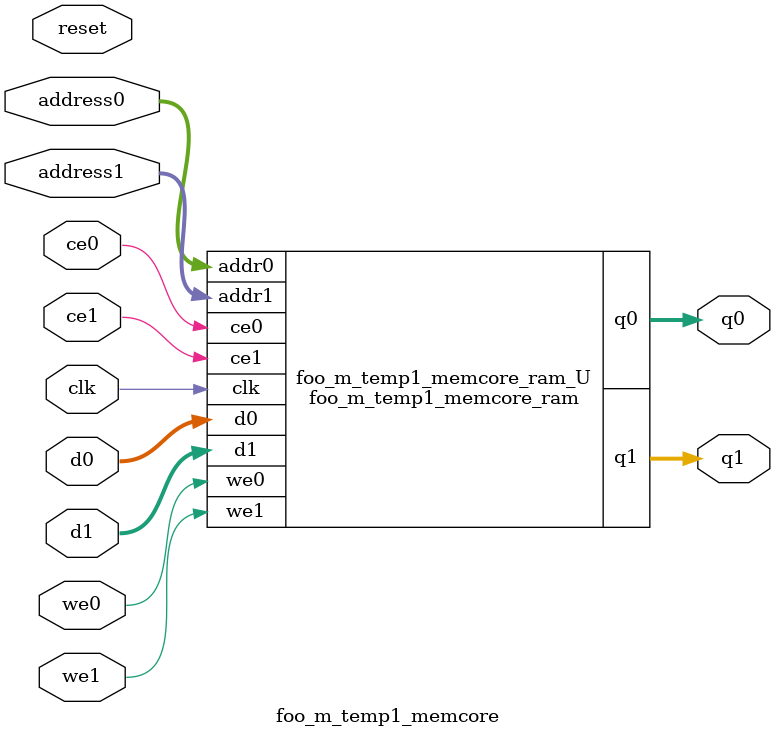
<source format=v>
`timescale 1 ns / 1 ps
module foo_m_temp1_memcore_ram (addr0, ce0, d0, we0, q0, addr1, ce1, d1, we1, q1,  clk);

parameter DWIDTH = 32;
parameter AWIDTH = 15;
parameter MEM_SIZE = 32768;

input[AWIDTH-1:0] addr0;
input ce0;
input[DWIDTH-1:0] d0;
input we0;
output reg[DWIDTH-1:0] q0;
input[AWIDTH-1:0] addr1;
input ce1;
input[DWIDTH-1:0] d1;
input we1;
output reg[DWIDTH-1:0] q1;
input clk;

(* ram_style = "block" *)reg [DWIDTH-1:0] ram[0:MEM_SIZE-1];




always @(posedge clk)  
begin 
    if (ce0) begin
        if (we0) 
            ram[addr0] <= d0; 
        q0 <= ram[addr0];
    end
end


always @(posedge clk)  
begin 
    if (ce1) begin
        if (we1) 
            ram[addr1] <= d1; 
        q1 <= ram[addr1];
    end
end


endmodule

`timescale 1 ns / 1 ps
module foo_m_temp1_memcore(
    reset,
    clk,
    address0,
    ce0,
    we0,
    d0,
    q0,
    address1,
    ce1,
    we1,
    d1,
    q1);

parameter DataWidth = 32'd32;
parameter AddressRange = 32'd32768;
parameter AddressWidth = 32'd15;
input reset;
input clk;
input[AddressWidth - 1:0] address0;
input ce0;
input we0;
input[DataWidth - 1:0] d0;
output[DataWidth - 1:0] q0;
input[AddressWidth - 1:0] address1;
input ce1;
input we1;
input[DataWidth - 1:0] d1;
output[DataWidth - 1:0] q1;



foo_m_temp1_memcore_ram foo_m_temp1_memcore_ram_U(
    .clk( clk ),
    .addr0( address0 ),
    .ce0( ce0 ),
    .we0( we0 ),
    .d0( d0 ),
    .q0( q0 ),
    .addr1( address1 ),
    .ce1( ce1 ),
    .we1( we1 ),
    .d1( d1 ),
    .q1( q1 ));

endmodule


</source>
